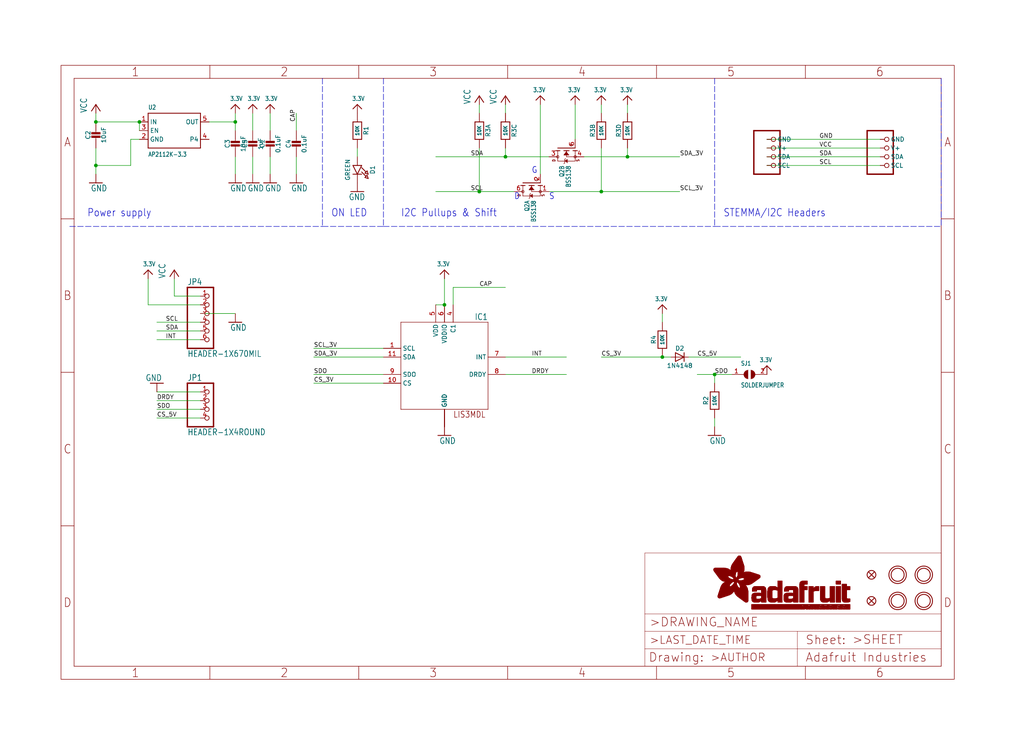
<source format=kicad_sch>
(kicad_sch (version 20211123) (generator eeschema)
  (paper "User" 298.45 217.881)
  (lib_symbols
    (symbol "schematicEagle-eagle-import:3.3V" (power)
      (property "Value" "3.3V" (at -1.524 1.016 0))
      (symbol "3.3V_1_0"
        (pin power_in line (at 0 -2.54 90) (length 2.54) (name "3.3V") (number "1"))
      )
    )
    (symbol "schematicEagle-eagle-import:CAP_CERAMIC0603_NO"
      (property "Reference" "C" (at -2.29 1.25 90))
      (property "Value" "CAP_CERAMIC0603_NO" (at 2.3 1.25 90))
      (symbol "CAP_CERAMIC0603_NO_1_0"
        (pin passive line (at 0 5.08 270) (length 2.54) (name "1") (number "1"))
        (pin passive line (at 0 -2.54 90) (length 2.54) (name "2") (number "2"))
      )
    )
    (symbol "schematicEagle-eagle-import:CAP_CERAMIC0805-NOOUTLINE"
      (property "Reference" "C" (at -2.29 1.25 90))
      (property "Value" "CAP_CERAMIC0805-NOOUTLINE" (at 2.3 1.25 90))
      (symbol "CAP_CERAMIC0805-NOOUTLINE_1_0"
        (pin passive line (at 0 5.08 270) (length 2.54) (name "1") (number "1"))
        (pin passive line (at 0 -2.54 90) (length 2.54) (name "2") (number "2"))
      )
    )
    (symbol "schematicEagle-eagle-import:DIODESOD-323"
      (property "Reference" "D" (at 0 2.54 0))
      (property "Value" "DIODESOD-323" (at 0 -2.5 0))
      (symbol "DIODESOD-323_1_0"
        (pin passive line (at -2.54 0 0) (length 2.54) (name "A") (number "A"))
        (pin passive line (at 2.54 0 180) (length 2.54) (name "C") (number "C"))
      )
    )
    (symbol "schematicEagle-eagle-import:FIDUCIAL_1MM")
    (symbol "schematicEagle-eagle-import:FRAME_A4_ADAFRUIT"
      (symbol "FRAME_A4_ADAFRUIT_0_0"
        (text "1" (at 21.6958 1.905 0) (effects (font (size 2.54 2.286))))
        (text "1" (at 21.6958 177.165 0) (effects (font (size 2.54 2.286))))
        (text "2" (at 65.0875 1.905 0) (effects (font (size 2.54 2.286))))
        (text "2" (at 65.0875 177.165 0) (effects (font (size 2.54 2.286))))
        (text "3" (at 108.4792 1.905 0) (effects (font (size 2.54 2.286))))
        (text "3" (at 108.4792 177.165 0) (effects (font (size 2.54 2.286))))
        (text "4" (at 151.8708 1.905 0) (effects (font (size 2.54 2.286))))
        (text "4" (at 151.8708 177.165 0) (effects (font (size 2.54 2.286))))
        (text "5" (at 195.2625 1.905 0) (effects (font (size 2.54 2.286))))
        (text "5" (at 195.2625 177.165 0) (effects (font (size 2.54 2.286))))
        (text "6" (at 238.6542 1.905 0) (effects (font (size 2.54 2.286))))
        (text "6" (at 238.6542 177.165 0) (effects (font (size 2.54 2.286))))
        (text "A" (at 1.905 156.6863 0) (effects (font (size 2.54 2.286))))
        (text "A" (at 258.445 156.6863 0) (effects (font (size 2.54 2.286))))
        (text "B" (at 1.905 111.9188 0) (effects (font (size 2.54 2.286))))
        (text "B" (at 258.445 111.9188 0) (effects (font (size 2.54 2.286))))
        (text "C" (at 1.905 67.1513 0) (effects (font (size 2.54 2.286))))
        (text "C" (at 258.445 67.1513 0) (effects (font (size 2.54 2.286))))
        (text "D" (at 1.905 22.3838 0) (effects (font (size 2.54 2.286))))
        (text "D" (at 258.445 22.3838 0) (effects (font (size 2.54 2.286))))
      )
      (symbol "FRAME_A4_ADAFRUIT_1_0"
        (text ">AUTHOR" (at 189.23 5.08 0) (effects (font (size 2.286 2.286)) (justify left bottom)))
        (text ">DRAWING_NAME" (at 171.45 15.24 0) (effects (font (size 2.54 2.54)) (justify left bottom)))
        (text ">LAST_DATE_TIME" (at 171.45 10.16 0) (effects (font (size 2.286 2.286)) (justify left bottom)))
        (text ">SHEET" (at 230.505 10.16 0) (effects (font (size 2.54 2.54)) (justify left bottom)))
        (text "Adafruit Industries" (at 216.916 4.953 0) (effects (font (size 2.54 2.54)) (justify left bottom)))
        (text "Drawing:" (at 171.196 4.953 0) (effects (font (size 2.54 2.54)) (justify left bottom)))
        (text "Sheet:" (at 216.916 10.033 0) (effects (font (size 2.54 2.54)) (justify left bottom)))
      )
    )
    (symbol "schematicEagle-eagle-import:GND" (power)
      (property "Value" "GND" (at -2.54 -2.54 0))
      (symbol "GND_1_0"
        (pin power_in line (at 0 2.54 270) (length 2.54) (name "GND") (number "1"))
      )
    )
    (symbol "schematicEagle-eagle-import:HEADER-1X4ROUND"
      (property "Reference" "JP" (at -6.35 8.255 0))
      (property "Value" "HEADER-1X4ROUND" (at -6.35 -7.62 0))
      (symbol "HEADER-1X4ROUND_1_0"
        (pin passive inverted (at -2.54 5.08 0) (length 2.54) (name "1") (number "1"))
        (pin passive inverted (at -2.54 2.54 0) (length 2.54) (name "2") (number "2"))
        (pin passive inverted (at -2.54 0 0) (length 2.54) (name "3") (number "3"))
        (pin passive inverted (at -2.54 -2.54 0) (length 2.54) (name "4") (number "4"))
      )
    )
    (symbol "schematicEagle-eagle-import:HEADER-1X670MIL"
      (property "Reference" "JP" (at -6.35 10.795 0))
      (property "Value" "HEADER-1X670MIL" (at -6.35 -10.16 0))
      (symbol "HEADER-1X670MIL_1_0"
        (pin passive inverted (at -2.54 7.62 0) (length 2.54) (name "1") (number "1"))
        (pin passive inverted (at -2.54 5.08 0) (length 2.54) (name "2") (number "2"))
        (pin passive inverted (at -2.54 2.54 0) (length 2.54) (name "3") (number "3"))
        (pin passive inverted (at -2.54 0 0) (length 2.54) (name "4") (number "4"))
        (pin passive inverted (at -2.54 -2.54 0) (length 2.54) (name "5") (number "5"))
        (pin passive inverted (at -2.54 -5.08 0) (length 2.54) (name "6") (number "6"))
      )
    )
    (symbol "schematicEagle-eagle-import:LED0603_NOOUTLINE"
      (property "Reference" "D" (at -1.27 4.445 0))
      (property "Value" "LED0603_NOOUTLINE" (at -1.27 -2.794 0))
      (symbol "LED0603_NOOUTLINE_1_0"
        (pin passive line (at -5.08 0 0) (length 2.54) (name "A") (number "A"))
        (pin passive line (at 2.54 0 180) (length 2.54) (name "C") (number "C"))
      )
    )
    (symbol "schematicEagle-eagle-import:LIS3MDL"
      (property "Reference" "IC" (at 12.7 15.24 0))
      (symbol "LIS3MDL_1_0"
        (text "LIS3MDL" (at 2.54 -15.24 0) (effects (font (size 1.778 1.5113)) (justify left bottom)))
        (pin input line (at -17.78 5.08 0) (length 5.08) (name "SCL") (number "1"))
        (pin input line (at -17.78 -5.08 0) (length 5.08) (name "CS") (number "10"))
        (pin bidirectional line (at -17.78 2.54 0) (length 5.08) (name "SDA") (number "11"))
        (pin power_in line (at 0 -17.78 90) (length 5.08) (name "GND") (number "12"))
        (pin power_in line (at 0 -17.78 90) (length 5.08) (name "GND") (number "2"))
        (pin power_in line (at 0 -17.78 90) (length 5.08) (name "GND") (number "3"))
        (pin input line (at 2.54 17.78 270) (length 5.08) (name "C1") (number "4"))
        (pin power_in line (at -2.54 17.78 270) (length 5.08) (name "VDD") (number "5"))
        (pin power_in line (at 0 17.78 270) (length 5.08) (name "VDDIO") (number "6"))
        (pin output line (at 17.78 2.54 180) (length 5.08) (name "INT") (number "7"))
        (pin output line (at 17.78 -2.54 180) (length 5.08) (name "DRDY") (number "8"))
        (pin bidirectional line (at -17.78 -2.54 0) (length 5.08) (name "SDO") (number "9"))
      )
    )
    (symbol "schematicEagle-eagle-import:MOSFET-N_DUAL"
      (property "Reference" "Q" (at 5.08 0.635 0))
      (property "Value" "MOSFET-N_DUAL" (at 5.08 -1.27 0))
      (symbol "MOSFET-N_DUAL_1_0"
        (text "D" (at 3.175 3.175 0) (effects (font (size 0.8128 0.6908)) (justify left bottom)))
        (text "G" (at -1.27 -1.905 0) (effects (font (size 0.8128 0.6908)) (justify left bottom)))
        (text "S" (at 3.175 -3.81 0) (effects (font (size 0.8128 0.6908)) (justify left bottom)))
        (pin bidirectional line (at 2.54 -5.08 90) (length 2.54) (name "S") (number "1"))
        (pin bidirectional line (at -2.54 -2.54 0) (length 2.54) (name "G") (number "2"))
        (pin bidirectional line (at 2.54 5.08 270) (length 2.54) (name "D") (number "6"))
      )
      (symbol "MOSFET-N_DUAL_2_0"
        (text "D" (at 3.175 3.175 0) (effects (font (size 0.8128 0.6908)) (justify left bottom)))
        (text "G" (at -1.27 -1.905 0) (effects (font (size 0.8128 0.6908)) (justify left bottom)))
        (text "S" (at 3.175 -3.81 0) (effects (font (size 0.8128 0.6908)) (justify left bottom)))
        (pin bidirectional line (at 2.54 5.08 270) (length 2.54) (name "D") (number "3"))
        (pin bidirectional line (at 2.54 -5.08 90) (length 2.54) (name "S") (number "4"))
        (pin bidirectional line (at -2.54 -2.54 0) (length 2.54) (name "G") (number "5"))
      )
    )
    (symbol "schematicEagle-eagle-import:MOUNTINGHOLE2.5")
    (symbol "schematicEagle-eagle-import:RESISTOR_0603_NOOUT"
      (property "Reference" "R" (at 0 2.54 0))
      (property "Value" "RESISTOR_0603_NOOUT" (at 0 0 0))
      (symbol "RESISTOR_0603_NOOUT_1_0"
        (pin passive line (at -5.08 0 0) (length 2.54) (name "1") (number "1"))
        (pin passive line (at 5.08 0 180) (length 2.54) (name "2") (number "2"))
      )
    )
    (symbol "schematicEagle-eagle-import:RESISTOR_4PACK"
      (property "Reference" "R" (at 0 2.54 0))
      (property "Value" "RESISTOR_4PACK" (at 0 0 0))
      (symbol "RESISTOR_4PACK_1_0"
        (pin passive line (at -5.08 0 0) (length 2.54) (name "1") (number "1"))
        (pin passive line (at 5.08 0 180) (length 2.54) (name "2") (number "8"))
      )
      (symbol "RESISTOR_4PACK_2_0"
        (pin passive line (at -5.08 0 0) (length 2.54) (name "1") (number "2"))
        (pin passive line (at 5.08 0 180) (length 2.54) (name "2") (number "7"))
      )
      (symbol "RESISTOR_4PACK_3_0"
        (pin passive line (at -5.08 0 0) (length 2.54) (name "1") (number "3"))
        (pin passive line (at 5.08 0 180) (length 2.54) (name "2") (number "6"))
      )
      (symbol "RESISTOR_4PACK_4_0"
        (pin passive line (at -5.08 0 0) (length 2.54) (name "1") (number "4"))
        (pin passive line (at 5.08 0 180) (length 2.54) (name "2") (number "5"))
      )
    )
    (symbol "schematicEagle-eagle-import:SOLDERJUMPER"
      (property "Reference" "SJ" (at -2.54 2.54 0))
      (property "Value" "SOLDERJUMPER" (at -2.54 -3.81 0))
      (symbol "SOLDERJUMPER_1_0"
        (pin passive line (at -5.08 0 0) (length 2.54) (name "1") (number "1"))
        (pin passive line (at 5.08 0 180) (length 2.54) (name "2") (number "2"))
      )
    )
    (symbol "schematicEagle-eagle-import:STEMMA_I2C_QT"
      (symbol "STEMMA_I2C_QT_1_0"
        (pin passive inverted (at 0 5.08 0) (length 2.54) (name "GND") (number "1"))
        (pin passive inverted (at 0 2.54 0) (length 2.54) (name "V+") (number "2"))
        (pin passive inverted (at 0 0 0) (length 2.54) (name "SDA") (number "3"))
        (pin passive inverted (at 0 -2.54 0) (length 2.54) (name "SCL") (number "4"))
      )
      (symbol "STEMMA_I2C_QT_2_0"
        (pin bidirectional line (at 0 0 0) (length 5.08) (name "MT") (number "MT1"))
      )
      (symbol "STEMMA_I2C_QT_3_0"
        (pin bidirectional line (at 0 0 0) (length 5.08) (name "MT") (number "MT2"))
      )
    )
    (symbol "schematicEagle-eagle-import:VCC" (power)
      (property "Value" "VCC" (at -2.54 -2.54 90))
      (symbol "VCC_1_0"
        (pin power_in line (at 0 -2.54 90) (length 2.54) (name "VCC") (number "1"))
      )
    )
    (symbol "schematicEagle-eagle-import:VREG_SOT23-5"
      (property "Reference" "U" (at -7.62 6.096 0))
      (property "Value" "VREG_SOT23-5" (at -7.62 -7.62 0))
      (symbol "VREG_SOT23-5_1_0"
        (pin power_in line (at -10.16 2.54 0) (length 2.54) (name "IN") (number "1"))
        (pin power_in line (at -10.16 -2.54 0) (length 2.54) (name "GND") (number "2"))
        (pin input line (at -10.16 0 0) (length 2.54) (name "EN") (number "3"))
        (pin bidirectional line (at 10.16 -2.54 180) (length 2.54) (name "P4") (number "4"))
        (pin power_in line (at 10.16 2.54 180) (length 2.54) (name "OUT") (number "5"))
      )
    )
  )
  (junction (at 139.7 55.88))
  (junction (at 147.32 45.72))
  (junction (at 208.28 109.22))
  (junction (at 193.04 104.14))
  (junction (at 175.26 55.88))
  (junction (at 40.64 35.56))
  (junction (at 182.88 45.72))
  (junction (at 27.94 48.26))
  (junction (at 129.54 88.9))
  (junction (at 27.94 35.56))
  (junction (at 68.58 35.56))
  (wire (pts (xy 195.58 104.14) (xy 193.04 104.14)))
  (wire (pts (xy 43.18 88.9) (xy 43.18 81.28)))
  (wire (pts (xy 58.42 99.06) (xy 45.72 99.06)))
  (wire (pts (xy 111.76 111.76) (xy 91.44 111.76)))
  (wire (pts (xy 58.42 86.36) (xy 50.8 86.36)))
  (wire (pts (xy 111.76 101.6) (xy 91.44 101.6)))
  (wire (pts (xy 58.42 93.98) (xy 45.72 93.98)))
  (wire (pts (xy 208.28 124.46) (xy 208.28 121.92)))
  (wire (pts (xy 58.42 96.52) (xy 45.72 96.52)))
  (wire (pts (xy 200.66 104.14) (xy 215.9 104.14)))
  (wire (pts (xy 68.58 45.72) (xy 68.58 50.8)))
  (polyline (pts (xy 111.76 22.86) (xy 111.76 66.04)))
  (wire (pts (xy 170.18 45.72) (xy 182.88 45.72)))
  (wire (pts (xy 86.36 33.02) (xy 86.36 38.1)))
  (wire (pts (xy 175.26 55.88) (xy 198.12 55.88)))
  (wire (pts (xy 182.88 43.18) (xy 182.88 45.72)))
  (wire (pts (xy 91.44 104.14) (xy 111.76 104.14)))
  (wire (pts (xy 58.42 116.84) (xy 45.72 116.84)))
  (polyline (pts (xy 93.98 22.86) (xy 93.98 66.04)))
  (wire (pts (xy 160.02 55.88) (xy 175.26 55.88)))
  (wire (pts (xy 182.88 45.72) (xy 198.12 45.72)))
  (polyline (pts (xy 20.32 66.04) (xy 93.98 66.04)))
  (wire (pts (xy 38.1 40.64) (xy 38.1 48.26)))
  (wire (pts (xy 147.32 45.72) (xy 127 45.72)))
  (wire (pts (xy 73.66 38.1) (xy 73.66 33.02)))
  (wire (pts (xy 223.52 48.26) (xy 256.54 48.26)))
  (wire (pts (xy 208.28 109.22) (xy 203.2 109.22)))
  (wire (pts (xy 256.54 45.72) (xy 223.52 45.72)))
  (wire (pts (xy 256.54 40.64) (xy 223.52 40.64)))
  (wire (pts (xy 73.66 45.72) (xy 73.66 50.8)))
  (wire (pts (xy 27.94 48.26) (xy 27.94 50.8)))
  (wire (pts (xy 86.36 45.72) (xy 86.36 50.8)))
  (wire (pts (xy 68.58 35.56) (xy 68.58 33.02)))
  (wire (pts (xy 78.74 45.72) (xy 78.74 50.8)))
  (wire (pts (xy 58.42 88.9) (xy 43.18 88.9)))
  (wire (pts (xy 167.64 40.64) (xy 167.64 30.48)))
  (polyline (pts (xy 208.28 66.04) (xy 274.32 66.04)))
  (wire (pts (xy 193.04 93.98) (xy 193.04 91.44)))
  (wire (pts (xy 139.7 55.88) (xy 127 55.88)))
  (wire (pts (xy 182.88 33.02) (xy 182.88 30.48)))
  (wire (pts (xy 58.42 119.38) (xy 45.72 119.38)))
  (wire (pts (xy 208.28 111.76) (xy 208.28 109.22)))
  (wire (pts (xy 160.02 45.72) (xy 147.32 45.72)))
  (wire (pts (xy 147.32 33.02) (xy 147.32 30.48)))
  (wire (pts (xy 132.08 83.82) (xy 147.32 83.82)))
  (wire (pts (xy 165.1 109.22) (xy 147.32 109.22)))
  (wire (pts (xy 45.72 114.3) (xy 58.42 114.3)))
  (wire (pts (xy 111.76 109.22) (xy 91.44 109.22)))
  (polyline (pts (xy 274.32 22.86) (xy 274.32 66.04)))
  (polyline (pts (xy 208.28 22.86) (xy 208.28 66.04)))
  (wire (pts (xy 132.08 88.9) (xy 132.08 83.82)))
  (wire (pts (xy 27.94 33.02) (xy 27.94 35.56)))
  (wire (pts (xy 104.14 45.72) (xy 104.14 43.18)))
  (polyline (pts (xy 111.76 66.04) (xy 208.28 66.04)))
  (wire (pts (xy 193.04 104.14) (xy 175.26 104.14)))
  (wire (pts (xy 40.64 40.64) (xy 38.1 40.64)))
  (wire (pts (xy 139.7 43.18) (xy 139.7 55.88)))
  (wire (pts (xy 60.96 35.56) (xy 68.58 35.56)))
  (wire (pts (xy 175.26 43.18) (xy 175.26 55.88)))
  (wire (pts (xy 223.52 43.18) (xy 256.54 43.18)))
  (wire (pts (xy 68.58 35.56) (xy 68.58 38.1)))
  (wire (pts (xy 149.86 55.88) (xy 139.7 55.88)))
  (wire (pts (xy 139.7 30.48) (xy 139.7 33.02)))
  (wire (pts (xy 127 88.9) (xy 129.54 88.9)))
  (wire (pts (xy 208.28 109.22) (xy 213.36 109.22)))
  (wire (pts (xy 78.74 33.02) (xy 78.74 38.1)))
  (wire (pts (xy 50.8 86.36) (xy 50.8 81.28)))
  (wire (pts (xy 40.64 38.1) (xy 40.64 35.56)))
  (wire (pts (xy 40.64 35.56) (xy 27.94 35.56)))
  (wire (pts (xy 175.26 33.02) (xy 175.26 30.48)))
  (polyline (pts (xy 93.98 66.04) (xy 111.76 66.04)))
  (wire (pts (xy 38.1 48.26) (xy 27.94 48.26)))
  (wire (pts (xy 147.32 104.14) (xy 165.1 104.14)))
  (wire (pts (xy 129.54 88.9) (xy 129.54 81.28)))
  (wire (pts (xy 27.94 48.26) (xy 27.94 43.18)))
  (wire (pts (xy 147.32 43.18) (xy 147.32 45.72)))
  (wire (pts (xy 58.42 121.92) (xy 45.72 121.92)))
  (wire (pts (xy 157.48 50.8) (xy 157.48 30.48)))
  (wire (pts (xy 58.42 91.44) (xy 68.58 91.44)))
  (text "I2C Pullups & Shift" (at 116.84 63.5 180) (effects (font (size 2.1844 1.8567)) (justify left bottom)))
  (text "ON LED" (at 96.52 63.5 180) (effects (font (size 2.1844 1.8567)) (justify left bottom)))
  (text "S" (at 160.02 58.42 180) (effects (font (size 1.778 1.5113)) (justify left bottom)))
  (text "D" (at 149.86 58.42 180) (effects (font (size 1.778 1.5113)) (justify left bottom)))
  (text "G" (at 154.94 50.8 180) (effects (font (size 1.778 1.5113)) (justify left bottom)))
  (text "Power supply" (at 25.4 63.5 180) (effects (font (size 2.1844 1.8567)) (justify left bottom)))
  (text "STEMMA/I2C Headers" (at 210.82 63.5 180) (effects (font (size 2.1844 1.8567)) (justify left bottom)))
  (label "SDA" (at 238.76 45.72 0) (effects (font (size 1.2446 1.2446))))
  (label "INT" (at 154.94 104.14 0) (effects (font (size 1.2446 1.2446))))
  (label "CAP" (at 139.7 83.82 0) (effects (font (size 1.2446 1.2446))))
  (label "SDA" (at 137.16 45.72 0) (effects (font (size 1.2446 1.2446))))
  (label "SDO" (at 45.72 119.38 0) (effects (font (size 1.2446 1.2446))))
  (label "SCL" (at 238.76 48.26 0) (effects (font (size 1.2446 1.2446))))
  (label "DRDY" (at 45.72 116.84 0) (effects (font (size 1.2446 1.2446))))
  (label "SDO" (at 91.44 109.22 0) (effects (font (size 1.2446 1.2446))))
  (label "DRDY" (at 154.94 109.22 0) (effects (font (size 1.2446 1.2446))))
  (label "SCL" (at 137.16 55.88 0) (effects (font (size 1.2446 1.2446))))
  (label "SDA_3V" (at 198.12 45.72 0) (effects (font (size 1.2446 1.2446))))
  (label "CS_3V" (at 175.26 104.14 0) (effects (font (size 1.2446 1.2446))))
  (label "SCL" (at 48.26 93.98 0) (effects (font (size 1.2446 1.2446))))
  (label "SCL_3V" (at 198.12 55.88 0) (effects (font (size 1.2446 1.2446))))
  (label "CS_5V" (at 45.72 121.92 0) (effects (font (size 1.2446 1.2446))))
  (label "SDA" (at 48.26 96.52 0) (effects (font (size 1.2446 1.2446))))
  (label "CS_5V" (at 203.2 104.14 0) (effects (font (size 1.2446 1.2446))))
  (label "CAP" (at 86.36 35.56 90) (effects (font (size 1.2446 1.2446))))
  (label "SDO" (at 208.28 109.22 0) (effects (font (size 1.2446 1.2446))))
  (label "GND" (at 238.76 40.64 0) (effects (font (size 1.2446 1.2446))))
  (label "INT" (at 48.26 99.06 0) (effects (font (size 1.2446 1.2446))))
  (label "SCL_3V" (at 91.44 101.6 0) (effects (font (size 1.2446 1.2446))))
  (label "VCC" (at 238.76 43.18 0) (effects (font (size 1.2446 1.2446))))
  (label "SDA_3V" (at 91.44 104.14 0) (effects (font (size 1.2446 1.2446))))
  (label "CS_3V" (at 91.44 111.76 0) (effects (font (size 1.2446 1.2446))))
  (symbol (lib_id "schematicEagle-eagle-import:GND") (at 27.94 53.34 0) (unit 1)
    (property "Reference" "#U$13" (effects hide))
    (property "Value" "GND" (at 26.416 55.88 0) (effects (font (size 1.778 1.5113)) (justify left bottom)))
    (property "Footprint" "schematicEagle:" (effects hide))
  )
  (symbol (lib_id "schematicEagle-eagle-import:VCC") (at 147.32 27.94 0) (unit 1)
    (property "Reference" "#P+2" (effects hide))
    (property "Value" "VCC" (at 144.78 30.48 90) (effects (font (size 1.778 1.5113)) (justify left bottom)))
    (property "Footprint" "schematicEagle:" (effects hide))
  )
  (symbol (lib_id "schematicEagle-eagle-import:RESISTOR_4PACK") (at 175.26 38.1 90) (mirror x) (unit 2)
    (property "Reference" "R3" (at 172.72 38.1 0))
    (property "Value" "10K" (at 175.26 38.1 0) (effects (font (size 1.016 1.016) bold)))
    (property "Footprint" "schematicEagle:RESPACK_4X0603" (effects hide))
  )
  (symbol (lib_id "schematicEagle-eagle-import:FIDUCIAL_1MM") (at 254 167.64 0) (unit 1)
    (property "Reference" "FID4" (effects hide))
    (property "Value" "FIDUCIAL_1MM" (effects hide))
    (property "Footprint" "schematicEagle:FIDUCIAL_1MM" (effects hide))
  )
  (symbol (lib_id "schematicEagle-eagle-import:3.3V") (at 73.66 30.48 0) (unit 1)
    (property "Reference" "#U$22" (effects hide))
    (property "Value" "3.3V" (at 72.136 29.464 0) (effects (font (size 1.27 1.0795)) (justify left bottom)))
    (property "Footprint" "schematicEagle:" (effects hide))
  )
  (symbol (lib_id "schematicEagle-eagle-import:HEADER-1X670MIL") (at 60.96 93.98 0) (unit 1)
    (property "Reference" "JP4" (at 54.61 83.185 0) (effects (font (size 1.778 1.5113)) (justify left bottom)))
    (property "Value" "HEADER-1X670MIL" (at 54.61 104.14 0) (effects (font (size 1.778 1.5113)) (justify left bottom)))
    (property "Footprint" "schematicEagle:1X06_ROUND_70" (effects hide))
  )
  (symbol (lib_id "schematicEagle-eagle-import:MOSFET-N_DUAL") (at 165.1 43.18 90) (mirror x) (unit 2)
    (property "Reference" "Q2" (at 164.465 48.26 0) (effects (font (size 1.27 1.0795)) (justify left bottom)))
    (property "Value" "BSS138" (at 166.37 48.26 0) (effects (font (size 1.27 1.0795)) (justify left bottom)))
    (property "Footprint" "schematicEagle:SOT363" (effects hide))
  )
  (symbol (lib_id "schematicEagle-eagle-import:FIDUCIAL_1MM") (at 254 175.26 0) (unit 1)
    (property "Reference" "FID3" (effects hide))
    (property "Value" "FIDUCIAL_1MM" (effects hide))
    (property "Footprint" "schematicEagle:FIDUCIAL_1MM" (effects hide))
  )
  (symbol (lib_id "schematicEagle-eagle-import:VREG_SOT23-5") (at 50.8 38.1 0) (unit 1)
    (property "Reference" "U2" (at 43.18 32.004 0) (effects (font (size 1.27 1.0795)) (justify left bottom)))
    (property "Value" "AP2112K-3.3" (at 43.18 45.72 0) (effects (font (size 1.27 1.0795)) (justify left bottom)))
    (property "Footprint" "schematicEagle:SOT23-5" (effects hide))
  )
  (symbol (lib_id "schematicEagle-eagle-import:RESISTOR_0603_NOOUT") (at 104.14 38.1 270) (unit 1)
    (property "Reference" "R1" (at 106.68 38.1 0))
    (property "Value" "10K" (at 104.14 38.1 0) (effects (font (size 1.016 1.016) bold)))
    (property "Footprint" "schematicEagle:0603-NO" (effects hide))
  )
  (symbol (lib_id "schematicEagle-eagle-import:VCC") (at 139.7 27.94 0) (unit 1)
    (property "Reference" "#P+1" (effects hide))
    (property "Value" "VCC" (at 137.16 30.48 90) (effects (font (size 1.778 1.5113)) (justify left bottom)))
    (property "Footprint" "schematicEagle:" (effects hide))
  )
  (symbol (lib_id "schematicEagle-eagle-import:CAP_CERAMIC0603_NO") (at 86.36 43.18 0) (unit 1)
    (property "Reference" "C4" (at 84.07 41.93 90))
    (property "Value" "0.1uF" (at 88.66 41.93 90))
    (property "Footprint" "schematicEagle:0603-NO" (effects hide))
  )
  (symbol (lib_id "schematicEagle-eagle-import:DIODESOD-323") (at 198.12 104.14 0) (unit 1)
    (property "Reference" "D2" (at 198.12 101.6 0))
    (property "Value" "1N4148" (at 198.12 106.64 0))
    (property "Footprint" "schematicEagle:SOD-323" (effects hide))
  )
  (symbol (lib_id "schematicEagle-eagle-import:CAP_CERAMIC0805-NOOUTLINE") (at 27.94 40.64 0) (unit 1)
    (property "Reference" "C2" (at 25.65 39.39 90))
    (property "Value" "10uF" (at 30.24 39.39 90))
    (property "Footprint" "schematicEagle:0805-NO" (effects hide))
  )
  (symbol (lib_id "schematicEagle-eagle-import:RESISTOR_4PACK") (at 139.7 38.1 270) (unit 1)
    (property "Reference" "R3" (at 142.24 38.1 0))
    (property "Value" "10K" (at 139.7 38.1 0) (effects (font (size 1.016 1.016) bold)))
    (property "Footprint" "schematicEagle:RESPACK_4X0603" (effects hide))
  )
  (symbol (lib_id "schematicEagle-eagle-import:GND") (at 78.74 53.34 0) (unit 1)
    (property "Reference" "#U$6" (effects hide))
    (property "Value" "GND" (at 77.216 55.88 0) (effects (font (size 1.778 1.5113)) (justify left bottom)))
    (property "Footprint" "schematicEagle:" (effects hide))
  )
  (symbol (lib_id "schematicEagle-eagle-import:LED0603_NOOUTLINE") (at 104.14 50.8 270) (unit 1)
    (property "Reference" "D1" (at 108.585 49.53 0))
    (property "Value" "GREEN" (at 101.346 49.53 0))
    (property "Footprint" "schematicEagle:CHIPLED_0603_NOOUTLINE" (effects hide))
  )
  (symbol (lib_id "schematicEagle-eagle-import:LIS3MDL") (at 129.54 106.68 0) (unit 1)
    (property "Reference" "IC1" (at 142.24 91.44 0) (effects (font (size 1.778 1.5113)) (justify right top)))
    (property "Value" "LIS3MDL" (effects hide))
    (property "Footprint" "schematicEagle:LGA12_2X2MM" (effects hide))
  )
  (symbol (lib_id "schematicEagle-eagle-import:GND") (at 104.14 55.88 0) (unit 1)
    (property "Reference" "#GND6" (effects hide))
    (property "Value" "GND" (at 101.6 58.42 0) (effects (font (size 1.778 1.5113)) (justify left bottom)))
    (property "Footprint" "schematicEagle:" (effects hide))
  )
  (symbol (lib_id "schematicEagle-eagle-import:STEMMA_I2C_QT") (at 223.52 45.72 0) (unit 1)
    (property "Reference" "CONN3" (effects hide))
    (property "Value" "STEMMA_I2C_QT" (effects hide))
    (property "Footprint" "schematicEagle:JST_SH4" (effects hide))
  )
  (symbol (lib_id "schematicEagle-eagle-import:VCC") (at 27.94 30.48 0) (unit 1)
    (property "Reference" "#P+3" (effects hide))
    (property "Value" "VCC" (at 25.4 33.02 90) (effects (font (size 1.778 1.5113)) (justify left bottom)))
    (property "Footprint" "schematicEagle:" (effects hide))
  )
  (symbol (lib_id "schematicEagle-eagle-import:CAP_CERAMIC0603_NO") (at 78.74 43.18 0) (unit 1)
    (property "Reference" "C1" (at 76.45 41.93 90))
    (property "Value" "0.1uF" (at 81.04 41.93 90))
    (property "Footprint" "schematicEagle:0603-NO" (effects hide))
  )
  (symbol (lib_id "schematicEagle-eagle-import:3.3V") (at 175.26 27.94 0) (mirror y) (unit 1)
    (property "Reference" "#U$24" (effects hide))
    (property "Value" "3.3V" (at 176.784 26.924 0) (effects (font (size 1.27 1.0795)) (justify left bottom)))
    (property "Footprint" "schematicEagle:" (effects hide))
  )
  (symbol (lib_id "schematicEagle-eagle-import:GND") (at 73.66 53.34 0) (unit 1)
    (property "Reference" "#U$27" (effects hide))
    (property "Value" "GND" (at 72.136 55.88 0) (effects (font (size 1.778 1.5113)) (justify left bottom)))
    (property "Footprint" "schematicEagle:" (effects hide))
  )
  (symbol (lib_id "schematicEagle-eagle-import:3.3V") (at 68.58 30.48 0) (unit 1)
    (property "Reference" "#U$15" (effects hide))
    (property "Value" "3.3V" (at 67.056 29.464 0) (effects (font (size 1.27 1.0795)) (justify left bottom)))
    (property "Footprint" "schematicEagle:" (effects hide))
  )
  (symbol (lib_id "schematicEagle-eagle-import:MOUNTINGHOLE2.5") (at 261.62 175.26 0) (unit 1)
    (property "Reference" "U$1" (effects hide))
    (property "Value" "MOUNTINGHOLE2.5" (effects hide))
    (property "Footprint" "schematicEagle:MOUNTINGHOLE_2.5_PLATED" (effects hide))
  )
  (symbol (lib_id "schematicEagle-eagle-import:3.3V") (at 129.54 78.74 0) (mirror y) (unit 1)
    (property "Reference" "#U$4" (effects hide))
    (property "Value" "3.3V" (at 131.064 77.724 0) (effects (font (size 1.27 1.0795)) (justify left bottom)))
    (property "Footprint" "schematicEagle:" (effects hide))
  )
  (symbol (lib_id "schematicEagle-eagle-import:3.3V") (at 43.18 78.74 0) (unit 1)
    (property "Reference" "#U$16" (effects hide))
    (property "Value" "3.3V" (at 41.656 77.724 0) (effects (font (size 1.27 1.0795)) (justify left bottom)))
    (property "Footprint" "schematicEagle:" (effects hide))
  )
  (symbol (lib_id "schematicEagle-eagle-import:GND") (at 45.72 111.76 180) (unit 1)
    (property "Reference" "#U$8" (effects hide))
    (property "Value" "GND" (at 47.244 109.22 0) (effects (font (size 1.778 1.5113)) (justify left bottom)))
    (property "Footprint" "schematicEagle:" (effects hide))
  )
  (symbol (lib_id "schematicEagle-eagle-import:3.3V") (at 193.04 88.9 0) (mirror y) (unit 1)
    (property "Reference" "#U$12" (effects hide))
    (property "Value" "3.3V" (at 194.564 87.884 0) (effects (font (size 1.27 1.0795)) (justify left bottom)))
    (property "Footprint" "schematicEagle:" (effects hide))
  )
  (symbol (lib_id "schematicEagle-eagle-import:FRAME_A4_ADAFRUIT") (at 17.78 198.12 0) (unit 1)
    (property "Reference" "#U$18" (effects hide))
    (property "Value" "FRAME_A4_ADAFRUIT" (effects hide))
    (property "Footprint" "schematicEagle:" (effects hide))
  )
  (symbol (lib_id "schematicEagle-eagle-import:GND") (at 68.58 53.34 0) (unit 1)
    (property "Reference" "#U$5" (effects hide))
    (property "Value" "GND" (at 67.056 55.88 0) (effects (font (size 1.778 1.5113)) (justify left bottom)))
    (property "Footprint" "schematicEagle:" (effects hide))
  )
  (symbol (lib_id "schematicEagle-eagle-import:RESISTOR_0603_NOOUT") (at 208.28 116.84 90) (unit 1)
    (property "Reference" "R2" (at 205.74 116.84 0))
    (property "Value" "10K" (at 208.28 116.84 0) (effects (font (size 1.016 1.016) bold)))
    (property "Footprint" "schematicEagle:0603-NO" (effects hide))
  )
  (symbol (lib_id "schematicEagle-eagle-import:HEADER-1X4ROUND") (at 60.96 119.38 0) (unit 1)
    (property "Reference" "JP1" (at 54.61 111.125 0) (effects (font (size 1.778 1.5113)) (justify left bottom)))
    (property "Value" "HEADER-1X4ROUND" (at 54.61 127 0) (effects (font (size 1.778 1.5113)) (justify left bottom)))
    (property "Footprint" "schematicEagle:1X04_ROUND" (effects hide))
  )
  (symbol (lib_id "schematicEagle-eagle-import:MOUNTINGHOLE2.5") (at 269.24 167.64 0) (unit 1)
    (property "Reference" "U$19" (effects hide))
    (property "Value" "MOUNTINGHOLE2.5" (effects hide))
    (property "Footprint" "schematicEagle:MOUNTINGHOLE_2.5_PLATED" (effects hide))
  )
  (symbol (lib_id "schematicEagle-eagle-import:SOLDERJUMPER") (at 218.44 109.22 0) (unit 1)
    (property "Reference" "SJ1" (at 215.9 106.68 0) (effects (font (size 1.27 1.0795)) (justify left bottom)))
    (property "Value" "SOLDERJUMPER" (at 215.9 113.03 0) (effects (font (size 1.27 1.0795)) (justify left bottom)))
    (property "Footprint" "schematicEagle:SOLDERJUMPER_ARROW_NOPASTE" (effects hide))
  )
  (symbol (lib_id "schematicEagle-eagle-import:RESISTOR_4PACK") (at 182.88 38.1 90) (mirror x) (unit 4)
    (property "Reference" "R3" (at 180.34 38.1 0))
    (property "Value" "10K" (at 182.88 38.1 0) (effects (font (size 1.016 1.016) bold)))
    (property "Footprint" "schematicEagle:RESPACK_4X0603" (effects hide))
  )
  (symbol (lib_id "schematicEagle-eagle-import:RESISTOR_0603_NOOUT") (at 193.04 99.06 90) (unit 1)
    (property "Reference" "R4" (at 190.5 99.06 0))
    (property "Value" "10K" (at 193.04 99.06 0) (effects (font (size 1.016 1.016) bold)))
    (property "Footprint" "schematicEagle:0603-NO" (effects hide))
  )
  (symbol (lib_id "schematicEagle-eagle-import:GND") (at 129.54 127 0) (unit 1)
    (property "Reference" "#U$2" (effects hide))
    (property "Value" "GND" (at 128.016 129.54 0) (effects (font (size 1.778 1.5113)) (justify left bottom)))
    (property "Footprint" "schematicEagle:" (effects hide))
  )
  (symbol (lib_id "schematicEagle-eagle-import:3.3V") (at 223.52 106.68 0) (mirror y) (unit 1)
    (property "Reference" "#U$28" (effects hide))
    (property "Value" "3.3V" (at 225.044 105.664 0) (effects (font (size 1.27 1.0795)) (justify left bottom)))
    (property "Footprint" "schematicEagle:" (effects hide))
  )
  (symbol (lib_id "schematicEagle-eagle-import:GND") (at 208.28 127 0) (unit 1)
    (property "Reference" "#U$20" (effects hide))
    (property "Value" "GND" (at 206.756 129.54 0) (effects (font (size 1.778 1.5113)) (justify left bottom)))
    (property "Footprint" "schematicEagle:" (effects hide))
  )
  (symbol (lib_id "schematicEagle-eagle-import:3.3V") (at 182.88 27.94 0) (mirror y) (unit 1)
    (property "Reference" "#U$7" (effects hide))
    (property "Value" "3.3V" (at 184.404 26.924 0) (effects (font (size 1.27 1.0795)) (justify left bottom)))
    (property "Footprint" "schematicEagle:" (effects hide))
  )
  (symbol (lib_id "schematicEagle-eagle-import:RESISTOR_4PACK") (at 147.32 38.1 270) (unit 3)
    (property "Reference" "R3" (at 149.86 38.1 0))
    (property "Value" "10K" (at 147.32 38.1 0) (effects (font (size 1.016 1.016) bold)))
    (property "Footprint" "schematicEagle:RESPACK_4X0603" (effects hide))
  )
  (symbol (lib_id "schematicEagle-eagle-import:MOSFET-N_DUAL") (at 154.94 53.34 90) (mirror x) (unit 1)
    (property "Reference" "Q2" (at 154.305 58.42 0) (effects (font (size 1.27 1.0795)) (justify left bottom)))
    (property "Value" "BSS138" (at 156.21 58.42 0) (effects (font (size 1.27 1.0795)) (justify left bottom)))
    (property "Footprint" "schematicEagle:SOT363" (effects hide))
  )
  (symbol (lib_id "schematicEagle-eagle-import:CAP_CERAMIC0603_NO") (at 73.66 43.18 0) (unit 1)
    (property "Reference" "C5" (at 71.37 41.93 90))
    (property "Value" "1uF" (at 75.96 41.93 90))
    (property "Footprint" "schematicEagle:0603-NO" (effects hide))
  )
  (symbol (lib_id "schematicEagle-eagle-import:VCC") (at 50.8 78.74 0) (unit 1)
    (property "Reference" "#P+4" (effects hide))
    (property "Value" "VCC" (at 48.26 81.28 90) (effects (font (size 1.778 1.5113)) (justify left bottom)))
    (property "Footprint" "schematicEagle:" (effects hide))
  )
  (symbol (lib_id "schematicEagle-eagle-import:MOUNTINGHOLE2.5") (at 261.62 167.64 0) (unit 1)
    (property "Reference" "U$17" (effects hide))
    (property "Value" "MOUNTINGHOLE2.5" (effects hide))
    (property "Footprint" "schematicEagle:MOUNTINGHOLE_2.5_PLATED" (effects hide))
  )
  (symbol (lib_id "schematicEagle-eagle-import:CAP_CERAMIC0805-NOOUTLINE") (at 68.58 43.18 0) (unit 1)
    (property "Reference" "C3" (at 66.29 41.93 90))
    (property "Value" "10uF" (at 70.88 41.93 90))
    (property "Footprint" "schematicEagle:0805-NO" (effects hide))
  )
  (symbol (lib_id "schematicEagle-eagle-import:MOUNTINGHOLE2.5") (at 269.24 175.26 0) (unit 1)
    (property "Reference" "U$21" (effects hide))
    (property "Value" "MOUNTINGHOLE2.5" (effects hide))
    (property "Footprint" "schematicEagle:MOUNTINGHOLE_2.5_PLATED" (effects hide))
  )
  (symbol (lib_id "schematicEagle-eagle-import:3.3V") (at 104.14 30.48 0) (unit 1)
    (property "Reference" "#U$3" (effects hide))
    (property "Value" "3.3V" (at 102.616 29.464 0) (effects (font (size 1.27 1.0795)) (justify left bottom)))
    (property "Footprint" "schematicEagle:" (effects hide))
  )
  (symbol (lib_id "schematicEagle-eagle-import:GND") (at 68.58 93.98 0) (unit 1)
    (property "Reference" "#U$10" (effects hide))
    (property "Value" "GND" (at 67.056 96.52 0) (effects (font (size 1.778 1.5113)) (justify left bottom)))
    (property "Footprint" "schematicEagle:" (effects hide))
  )
  (symbol (lib_id "schematicEagle-eagle-import:3.3V") (at 78.74 30.48 0) (unit 1)
    (property "Reference" "#U$14" (effects hide))
    (property "Value" "3.3V" (at 77.216 29.464 0) (effects (font (size 1.27 1.0795)) (justify left bottom)))
    (property "Footprint" "schematicEagle:" (effects hide))
  )
  (symbol (lib_id "schematicEagle-eagle-import:3.3V") (at 167.64 27.94 0) (mirror y) (unit 1)
    (property "Reference" "#U$23" (effects hide))
    (property "Value" "3.3V" (at 169.164 26.924 0) (effects (font (size 1.27 1.0795)) (justify left bottom)))
    (property "Footprint" "schematicEagle:" (effects hide))
  )
  (symbol (lib_id "schematicEagle-eagle-import:GND") (at 86.36 53.34 0) (unit 1)
    (property "Reference" "#U$9" (effects hide))
    (property "Value" "GND" (at 84.836 55.88 0) (effects (font (size 1.778 1.5113)) (justify left bottom)))
    (property "Footprint" "schematicEagle:" (effects hide))
  )
  (symbol (lib_id "schematicEagle-eagle-import:3.3V") (at 157.48 27.94 0) (mirror y) (unit 1)
    (property "Reference" "#U$26" (effects hide))
    (property "Value" "3.3V" (at 159.004 26.924 0) (effects (font (size 1.27 1.0795)) (justify left bottom)))
    (property "Footprint" "schematicEagle:" (effects hide))
  )
  (symbol (lib_id "schematicEagle-eagle-import:STEMMA_I2C_QT") (at 256.54 45.72 0) (unit 1)
    (property "Reference" "CONN4" (effects hide))
    (property "Value" "STEMMA_I2C_QT" (effects hide))
    (property "Footprint" "schematicEagle:JST_SH4" (effects hide))
  )
)
</source>
